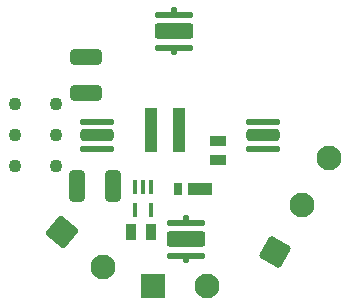
<source format=gbr>
%TF.GenerationSoftware,KiCad,Pcbnew,8.0.0*%
%TF.CreationDate,2024-03-10T03:06:54-05:00*%
%TF.ProjectId,Flashlight,466c6173-686c-4696-9768-742e6b696361,1.0*%
%TF.SameCoordinates,Original*%
%TF.FileFunction,Soldermask,Top*%
%TF.FilePolarity,Negative*%
%FSLAX46Y46*%
G04 Gerber Fmt 4.6, Leading zero omitted, Abs format (unit mm)*
G04 Created by KiCad (PCBNEW 8.0.0) date 2024-03-10 03:06:54*
%MOMM*%
%LPD*%
G01*
G04 APERTURE LIST*
G04 Aperture macros list*
%AMRoundRect*
0 Rectangle with rounded corners*
0 $1 Rounding radius*
0 $2 $3 $4 $5 $6 $7 $8 $9 X,Y pos of 4 corners*
0 Add a 4 corners polygon primitive as box body*
4,1,4,$2,$3,$4,$5,$6,$7,$8,$9,$2,$3,0*
0 Add four circle primitives for the rounded corners*
1,1,$1+$1,$2,$3*
1,1,$1+$1,$4,$5*
1,1,$1+$1,$6,$7*
1,1,$1+$1,$8,$9*
0 Add four rect primitives between the rounded corners*
20,1,$1+$1,$2,$3,$4,$5,0*
20,1,$1+$1,$4,$5,$6,$7,0*
20,1,$1+$1,$6,$7,$8,$9,0*
20,1,$1+$1,$8,$9,$2,$3,0*%
G04 Aperture macros list end*
%ADD10R,0.400000X1.200000*%
%ADD11R,0.980000X3.700000*%
%ADD12R,2.000000X1.100000*%
%ADD13R,0.800000X1.100000*%
%ADD14R,0.940000X1.430000*%
%ADD15R,1.430000X0.940000*%
%ADD16RoundRect,0.250001X-0.799999X-0.799999X0.799999X-0.799999X0.799999X0.799999X-0.799999X0.799999X0*%
%ADD17C,2.100000*%
%ADD18RoundRect,0.250001X-1.127064X-0.098605X0.098605X-1.127064X1.127064X0.098605X-0.098605X1.127064X0*%
%ADD19RoundRect,0.250001X0.292820X-1.092819X1.092819X0.292820X-0.292820X1.092819X-1.092819X-0.292820X0*%
%ADD20C,1.100000*%
%ADD21RoundRect,0.250000X-0.400000X-1.075000X0.400000X-1.075000X0.400000X1.075000X-0.400000X1.075000X0*%
%ADD22RoundRect,0.250000X1.075000X-0.400000X1.075000X0.400000X-1.075000X0.400000X-1.075000X-0.400000X0*%
%ADD23RoundRect,0.240741X1.409259X-0.409259X1.409259X0.409259X-1.409259X0.409259X-1.409259X-0.409259X0*%
%ADD24RoundRect,0.125000X1.525000X-0.125000X1.525000X0.125000X-1.525000X0.125000X-1.525000X-0.125000X0*%
%ADD25RoundRect,0.125000X0.125000X-0.143750X0.125000X0.143750X-0.125000X0.143750X-0.125000X-0.143750X0*%
%ADD26RoundRect,0.137500X-1.262500X0.137500X-1.262500X-0.137500X1.262500X-0.137500X1.262500X0.137500X0*%
%ADD27RoundRect,0.250000X-1.150000X0.250000X-1.150000X-0.250000X1.150000X-0.250000X1.150000X0.250000X0*%
%ADD28RoundRect,0.125000X-1.525000X0.125000X-1.525000X-0.125000X1.525000X-0.125000X1.525000X0.125000X0*%
%ADD29RoundRect,0.125000X-0.125000X0.143750X-0.125000X-0.143750X0.125000X-0.143750X0.125000X0.143750X0*%
%ADD30RoundRect,0.240741X-1.409259X0.409259X-1.409259X-0.409259X1.409259X-0.409259X1.409259X0.409259X0*%
%ADD31RoundRect,0.137500X1.262500X-0.137500X1.262500X0.137500X-1.262500X0.137500X-1.262500X-0.137500X0*%
%ADD32RoundRect,0.250000X1.150000X-0.250000X1.150000X0.250000X-1.150000X0.250000X-1.150000X-0.250000X0*%
G04 APERTURE END LIST*
D10*
%TO.C,PS1*%
X112400000Y-69200000D03*
X111750000Y-69200000D03*
X111100000Y-69200000D03*
X111100000Y-71100000D03*
X112400000Y-71100000D03*
%TD*%
D11*
%TO.C,L1*%
X114800000Y-64400000D03*
X112430000Y-64400000D03*
%TD*%
D12*
%TO.C,D1*%
X116575000Y-69400000D03*
D13*
X114675000Y-69400000D03*
%TD*%
D14*
%TO.C,C2*%
X112400000Y-73000000D03*
X110760000Y-73000000D03*
%TD*%
D15*
%TO.C,C1*%
X118100000Y-66920000D03*
X118100000Y-65280000D03*
%TD*%
D16*
%TO.C,BT1*%
X112600000Y-77600000D03*
D17*
X117200000Y-77600000D03*
%TD*%
D18*
%TO.C,SW2*%
X104876196Y-73043177D03*
D17*
X108400000Y-76000000D03*
%TD*%
%TO.C,SW1*%
X127500000Y-66716282D03*
X125200000Y-70699999D03*
D19*
X122900000Y-74683716D03*
%TD*%
D20*
%TO.C,SW3*%
X100900001Y-67400000D03*
X104400001Y-67400000D03*
X100900001Y-64800000D03*
X104400001Y-64800000D03*
X100900001Y-62200000D03*
X104400001Y-62200000D03*
%TD*%
D21*
%TO.C,R1*%
X106150000Y-69100000D03*
X109250000Y-69100000D03*
%TD*%
D22*
%TO.C,R2*%
X106900000Y-61250000D03*
X106900000Y-58150000D03*
%TD*%
D23*
%TO.C,LED1*%
X115380000Y-73600000D03*
D24*
X115380000Y-75000000D03*
D25*
X115380000Y-75381250D03*
X115380000Y-71818750D03*
D24*
X115380000Y-72200000D03*
%TD*%
D26*
%TO.C,LED4*%
X107880000Y-65935000D03*
X107880000Y-63685000D03*
D27*
X107880000Y-64810000D03*
%TD*%
D28*
%TO.C,LED2*%
X114380000Y-57400000D03*
D29*
X114380000Y-57781250D03*
X114380000Y-54218750D03*
D28*
X114380000Y-54600000D03*
D30*
X114380000Y-56000000D03*
%TD*%
D31*
%TO.C,LED3*%
X121880000Y-63685000D03*
X121880000Y-65935000D03*
D32*
X121880000Y-64810000D03*
%TD*%
M02*

</source>
